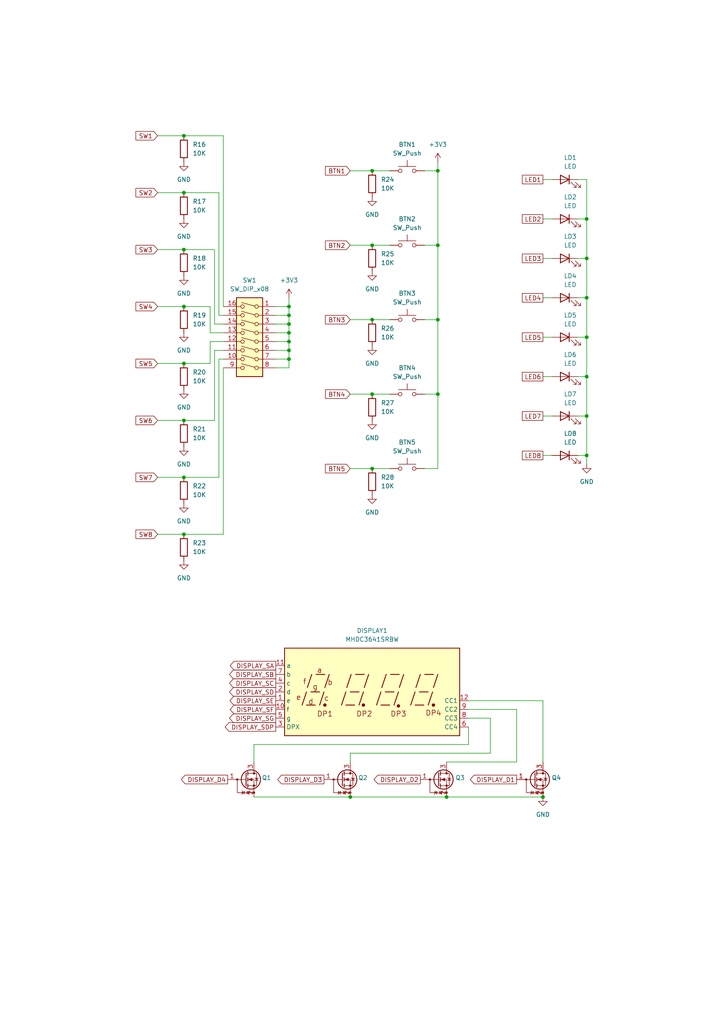
<source format=kicad_sch>
(kicad_sch (version 20231120) (generator "eeschema") (generator_version "8.0")
  (paper "A4" portrait)
  (title_block (title "HispalisFPGA Onboard Devices") (date "2024-10-21") (rev "A") (company "Alejandro Domínguez Muñoz"))
  (lib_symbols
    (symbol "Device:LED" (pin_numbers hide) (pin_names (offset 1.016) hide)
      (property "Reference" "D" (at 0 2.54 0))
      (property "Value" "LED" (at 0 -2.54 0))
      (symbol "LED_0_1"
        (polyline (pts (xy -1.27 -1.27) (xy -1.27 1.27)) (stroke (width 0.254)))
        (polyline (pts (xy -1.27 0) (xy 1.27 0)))
        (polyline (pts (xy 1.27 -1.27) (xy 1.27 1.27) (xy -1.27 0) (xy 1.27 -1.27)) (stroke (width 0.254)))
        (polyline (pts (xy -3.048 -0.762) (xy -4.572 -2.286) (xy -3.81 -2.286) (xy -4.572 -2.286) (xy -4.572 -1.524)))
        (polyline (pts (xy -1.778 -0.762) (xy -3.302 -2.286) (xy -2.54 -2.286) (xy -3.302 -2.286) (xy -3.302 -1.524)))
      )
      (symbol "LED_1_1"
        (pin passive line (at -3.81 0 0) (length 2.54) (name "K") (number "1"))
        (pin passive line (at 3.81 0 180) (length 2.54) (name "A") (number "2"))
      )
    )
    (symbol "Device:R" (pin_numbers hide) (pin_names (offset 0))
      (property "Reference" "R" (at 2.032 0 90))
      (property "Value" "R" (at 0 0 90))
      (symbol "R_0_1"
        (rectangle (start -1.016 -2.54) (end 1.016 2.54) (stroke (width 0.254)))
      )
      (symbol "R_1_1"
        (pin passive line (at 0 3.81 270) (length 1.27) (name "~") (number "1"))
        (pin passive line (at 0 -3.81 90) (length 1.27) (name "~") (number "2"))
      )
    )
    (symbol "Display_Character:CC56-12SRWA"
      (property "Reference" "U" (at -24.13 13.97 0))
      (property "Value" "CC56-12SRWA" (at 17.78 13.97 0))
      (symbol "CC56-12SRWA_0_0"
        (rectangle (start -25.4 12.7) (end 25.4 -12.7) (stroke (width 0.254)) (fill (type background)))
        (polyline (pts (xy -20.32 -3.81) (xy -19.05 0)) (stroke (width 0.254)))
        (polyline (pts (xy -19.05 -3.81) (xy -16.51 -3.81)) (stroke (width 0.254)))
        (polyline (pts (xy -18.796 1.27) (xy -17.526 5.08)) (stroke (width 0.254)))
        (polyline (pts (xy -17.78 0) (xy -15.24 0)) (stroke (width 0.254)))
        (polyline (pts (xy -16.256 5.08) (xy -13.716 5.08)) (stroke (width 0.254)))
        (polyline (pts (xy -15.24 -3.81) (xy -13.97 0)) (stroke (width 0.254)))
        (polyline (pts (xy -13.716 1.27) (xy -12.446 5.08)) (stroke (width 0.254)))
        (polyline (pts (xy -8.89 -3.81) (xy -7.62 0)) (stroke (width 0.254)))
        (polyline (pts (xy -7.62 -3.81) (xy -5.08 -3.81)) (stroke (width 0.254)))
        (polyline (pts (xy -7.366 1.27) (xy -6.096 5.08)) (stroke (width 0.254)))
        (polyline (pts (xy -6.35 0) (xy -3.81 0)) (stroke (width 0.254)))
        (polyline (pts (xy -4.826 5.08) (xy -2.286 5.08)) (stroke (width 0.254)))
        (polyline (pts (xy -3.81 -3.81) (xy -2.54 0)) (stroke (width 0.254)))
        (polyline (pts (xy -2.286 1.27) (xy -1.016 5.08)) (stroke (width 0.254)))
        (polyline (pts (xy 1.27 -3.81) (xy 2.54 0)) (stroke (width 0.254)))
        (polyline (pts (xy 2.54 -3.81) (xy 5.08 -3.81)) (stroke (width 0.254)))
        (polyline (pts (xy 2.794 1.27) (xy 4.064 5.08)) (stroke (width 0.254)))
        (polyline (pts (xy 3.81 0) (xy 6.35 0)) (stroke (width 0.254)))
        (polyline (pts (xy 5.334 5.08) (xy 7.874 5.08)) (stroke (width 0.254)))
        (polyline (pts (xy 6.35 -3.81) (xy 7.62 0)) (stroke (width 0.254)))
        (polyline (pts (xy 7.874 1.27) (xy 9.144 5.08)) (stroke (width 0.254)))
        (polyline (pts (xy 11.176 -3.81) (xy 12.446 0)) (stroke (width 0.254)))
        (polyline (pts (xy 12.446 -3.81) (xy 14.986 -3.81)) (stroke (width 0.254)))
        (polyline (pts (xy 12.7 1.27) (xy 13.97 5.08)) (stroke (width 0.254)))
        (polyline (pts (xy 13.716 0) (xy 16.256 0)) (stroke (width 0.254)))
        (polyline (pts (xy 15.24 5.08) (xy 17.78 5.08)) (stroke (width 0.254)))
        (polyline (pts (xy 16.256 -3.81) (xy 17.526 0)) (stroke (width 0.254)))
        (polyline (pts (xy 17.78 1.27) (xy 19.05 5.08)) (stroke (width 0.254)))
        (text "a" (at -15.24 6.35 0) (effects (font (size 1.524 1.524))))
        (text "b" (at -12.192 2.794 0) (effects (font (size 1.524 1.524))))
        (text "c" (at -13.208 -1.778 0) (effects (font (size 1.524 1.524))))
        (text "d" (at -17.78 -2.794 0) (effects (font (size 1.524 1.524))))
        (text "DP1" (at -13.716 -6.35 0) (effects (font (size 1.524 1.524))))
        (text "DP2" (at -2.286 -6.35 0) (effects (font (size 1.524 1.524))))
        (text "DP3" (at 7.62 -6.35 0) (effects (font (size 1.524 1.524))))
        (text "DP4" (at 17.78 -6.096 0) (effects (font (size 1.524 1.524))))
        (text "e" (at -21.336 -1.524 0) (effects (font (size 1.524 1.524))))
        (text "f" (at -19.558 3.048 0) (effects (font (size 1.524 1.524))))
        (text "g" (at -16.51 1.524 0) (effects (font (size 1.524 1.524))))
      )
      (symbol "CC56-12SRWA_0_1"
        (circle (center -13.716 -3.81) (radius 0.3556) (stroke (width 0.254)) (fill (type outline)))
        (circle (center -2.54 -3.81) (radius 0.3556) (stroke (width 0.254)) (fill (type outline)))
      )
      (symbol "CC56-12SRWA_1_0"
        (circle (center 7.62 -4.064) (radius 0.3556) (stroke (width 0.254)) (fill (type outline)))
        (circle (center 17.78 -3.81) (radius 0.3556) (stroke (width 0.254)) (fill (type outline)))
      )
      (symbol "CC56-12SRWA_1_1"
        (pin input line (at -27.94 -2.54 0) (length 2.54) (name "e") (number "1"))
        (pin input line (at -27.94 -5.08 0) (length 2.54) (name "f") (number "10"))
        (pin input line (at -27.94 7.62 0) (length 2.54) (name "a") (number "11"))
        (pin input line (at 27.94 -2.54 180) (length 2.54) (name "CC1") (number "12"))
        (pin input line (at -27.94 0 0) (length 2.54) (name "d") (number "2"))
        (pin input line (at -27.94 -10.16 0) (length 2.54) (name "DPX") (number "3"))
        (pin input line (at -27.94 2.54 0) (length 2.54) (name "c") (number "4"))
        (pin input line (at -27.94 -7.62 0) (length 2.54) (name "g") (number "5"))
        (pin input line (at 27.94 -10.16 180) (length 2.54) (name "CC4") (number "6"))
        (pin input line (at -27.94 5.08 0) (length 2.54) (name "b") (number "7"))
        (pin input line (at 27.94 -7.62 180) (length 2.54) (name "CC3") (number "8"))
        (pin input line (at 27.94 -5.08 180) (length 2.54) (name "CC2") (number "9"))
      )
    )
    (symbol "Switch:SW_DIP_x08" (pin_names (offset 0) hide)
      (property "Reference" "SW" (at 0 13.97 0))
      (property "Value" "SW_DIP_x08" (at 0 -11.43 0))
      (symbol "SW_DIP_x08_0_0"
        (circle (center -2.032 -7.62) (radius 0.508))
        (circle (center -2.032 -5.08) (radius 0.508))
        (circle (center -2.032 -2.54) (radius 0.508))
        (circle (center -2.032 0) (radius 0.508))
        (circle (center -2.032 2.54) (radius 0.508))
        (circle (center -2.032 5.08) (radius 0.508))
        (circle (center -2.032 7.62) (radius 0.508))
        (circle (center -2.032 10.16) (radius 0.508))
        (polyline (pts (xy -1.524 -7.4676) (xy 2.3622 -6.4262)))
        (polyline (pts (xy -1.524 -4.9276) (xy 2.3622 -3.8862)))
        (polyline (pts (xy -1.524 -2.3876) (xy 2.3622 -1.3462)))
        (polyline (pts (xy -1.524 0.127) (xy 2.3622 1.1684)))
        (polyline (pts (xy -1.524 2.667) (xy 2.3622 3.7084)))
        (polyline (pts (xy -1.524 5.207) (xy 2.3622 6.2484)))
        (polyline (pts (xy -1.524 7.747) (xy 2.3622 8.7884)))
        (polyline (pts (xy -1.524 10.287) (xy 2.3622 11.3284)))
        (circle (center 2.032 -7.62) (radius 0.508))
        (circle (center 2.032 -5.08) (radius 0.508))
        (circle (center 2.032 -2.54) (radius 0.508))
        (circle (center 2.032 0) (radius 0.508))
        (circle (center 2.032 2.54) (radius 0.508))
        (circle (center 2.032 5.08) (radius 0.508))
        (circle (center 2.032 7.62) (radius 0.508))
        (circle (center 2.032 10.16) (radius 0.508))
      )
      (symbol "SW_DIP_x08_0_1"
        (rectangle (start -3.81 12.7) (end 3.81 -10.16) (stroke (width 0.254)) (fill (type background)))
      )
      (symbol "SW_DIP_x08_1_1"
        (pin passive line (at -7.62 10.16 0) (length 5.08) (name "~") (number "1"))
        (pin passive line (at 7.62 -5.08 180) (length 5.08) (name "~") (number "10"))
        (pin passive line (at 7.62 -2.54 180) (length 5.08) (name "~") (number "11"))
        (pin passive line (at 7.62 0 180) (length 5.08) (name "~") (number "12"))
        (pin passive line (at 7.62 2.54 180) (length 5.08) (name "~") (number "13"))
        (pin passive line (at 7.62 5.08 180) (length 5.08) (name "~") (number "14"))
        (pin passive line (at 7.62 7.62 180) (length 5.08) (name "~") (number "15"))
        (pin passive line (at 7.62 10.16 180) (length 5.08) (name "~") (number "16"))
        (pin passive line (at -7.62 7.62 0) (length 5.08) (name "~") (number "2"))
        (pin passive line (at -7.62 5.08 0) (length 5.08) (name "~") (number "3"))
        (pin passive line (at -7.62 2.54 0) (length 5.08) (name "~") (number "4"))
        (pin passive line (at -7.62 0 0) (length 5.08) (name "~") (number "5"))
        (pin passive line (at -7.62 -2.54 0) (length 5.08) (name "~") (number "6"))
        (pin passive line (at -7.62 -5.08 0) (length 5.08) (name "~") (number "7"))
        (pin passive line (at -7.62 -7.62 0) (length 5.08) (name "~") (number "8"))
        (pin passive line (at 7.62 -7.62 180) (length 5.08) (name "~") (number "9"))
      )
    )
    (symbol "Switch:SW_Push" (pin_numbers hide) (pin_names (offset 1.016) hide)
      (property "Reference" "SW" (at 1.27 2.54 0))
      (property "Value" "SW_Push" (at 0 -1.524 0))
      (symbol "SW_Push_0_1"
        (circle (center -2.032 0) (radius 0.508))
        (polyline (pts (xy 0 1.27) (xy 0 3.048)))
        (polyline (pts (xy 2.54 1.27) (xy -2.54 1.27)))
        (circle (center 2.032 0) (radius 0.508))
        (pin passive line (at -5.08 0 0) (length 2.54) (name "1") (number "1"))
        (pin passive line (at 5.08 0 180) (length 2.54) (name "2") (number "2"))
      )
    )
    (symbol "Transistor_FET:DMG1012T" (pin_names (offset 0) hide)
      (property "Reference" "Q" (at 5.08 1.905 0))
      (property "Value" "DMG1012T" (at 5.08 0 0))
      (symbol "DMG1012T_0_1"
        (polyline (pts (xy 2.54 -3.81) (xy -2.286 -3.81) (xy -2.286 0)))
      )
      (symbol "DMG1012T_1_1"
        (circle (center -2.286 0) (radius 0.254) (fill (type outline)))
        (polyline (pts (xy 0.254 0) (xy -2.54 0)))
        (polyline (pts (xy 0.254 1.905) (xy 0.254 -1.905)) (stroke (width 0.254)))
        (polyline (pts (xy 0.762 -1.27) (xy 0.762 -2.286)) (stroke (width 0.254)))
        (polyline (pts (xy 0.762 0.508) (xy 0.762 -0.508)) (stroke (width 0.254)))
        (polyline (pts (xy 0.762 2.286) (xy 0.762 1.27)) (stroke (width 0.254)))
        (polyline (pts (xy 2.54 2.54) (xy 2.54 1.778)))
        (polyline (pts (xy 2.54 -2.54) (xy 2.54 0) (xy 0.762 0)))
        (polyline (pts (xy -1.016 -4.318) (xy -0.889 -4.191) (xy -0.889 -3.429) (xy -0.762 -3.302)))
        (polyline (pts (xy -0.889 -3.81) (xy -0.254 -4.191) (xy -0.254 -3.429) (xy -0.889 -3.81)))
        (polyline (pts (xy 0.762 -1.778) (xy 3.302 -1.778) (xy 3.302 1.778) (xy 0.762 1.778)))
        (polyline (pts (xy 1.016 0) (xy 2.032 0.381) (xy 2.032 -0.381) (xy 1.016 0)) (fill (type outline)))
        (polyline (pts (xy 1.143 -3.81) (xy 0.508 -3.429) (xy 0.508 -4.191) (xy 1.143 -3.81)))
        (polyline (pts (xy 1.27 -3.302) (xy 1.143 -3.429) (xy 1.143 -4.191) (xy 1.016 -4.318)))
        (polyline (pts (xy 2.794 0.508) (xy 2.921 0.381) (xy 3.683 0.381) (xy 3.81 0.254)))
        (polyline (pts (xy 3.302 0.381) (xy 2.921 -0.254) (xy 3.683 -0.254) (xy 3.302 0.381)))
        (circle (center 1.651 0) (radius 2.794) (stroke (width 0.254)))
        (circle (center 2.54 -3.81) (radius 0.254) (fill (type outline)))
        (circle (center 2.54 -1.778) (radius 0.254) (fill (type outline)))
        (circle (center 2.54 1.778) (radius 0.254) (fill (type outline)))
        (pin input line (at -5.08 0 0) (length 2.54) (name "G") (number "1"))
        (pin passive line (at 2.54 -5.08 90) (length 2.54) (name "S") (number "2"))
        (pin passive line (at 2.54 5.08 270) (length 2.54) (name "D") (number "3"))
      )
    )
    (symbol "power:+3V3" (power) (pin_numbers hide) (pin_names (offset 0) hide)
      (property "Value" "+3V3" (at 0 3.556 0))
      (symbol "+3V3_0_1"
        (polyline (pts (xy -0.762 1.27) (xy 0 2.54)))
        (polyline (pts (xy 0 0) (xy 0 2.54)))
        (polyline (pts (xy 0 2.54) (xy 0.762 1.27)))
      )
      (symbol "+3V3_1_1"
        (pin power_in line (at 0 0 90) (length 0) (name "~") (number "1"))
      )
    )
    (symbol "power:GND" (power) (pin_numbers hide) (pin_names (offset 0) hide)
      (property "Value" "GND" (at 0 -3.81 0))
      (symbol "GND_0_1"
        (polyline (pts (xy 0 0) (xy 0 -1.27) (xy 1.27 -1.27) (xy 0 -2.54) (xy -1.27 -1.27) (xy 0 -1.27)))
      )
      (symbol "GND_1_1"
        (pin power_in line (at 0 0 270) (length 0) (name "~") (number "1"))
      )
    )
  )
  (junction (at 170.18 86.36))
  (junction (at 170.18 74.93))
  (junction (at 83.82 91.44))
  (junction (at 107.95 114.3))
  (junction (at 83.82 101.6))
  (junction (at 53.34 105.41))
  (junction (at 83.82 104.14))
  (junction (at 170.18 132.08))
  (junction (at 53.34 121.92))
  (junction (at 53.34 55.88))
  (junction (at 127 71.12))
  (junction (at 83.82 96.52))
  (junction (at 170.18 109.22))
  (junction (at 53.34 138.43))
  (junction (at 157.48 231.14))
  (junction (at 127 114.3))
  (junction (at 127 92.71))
  (junction (at 170.18 97.79))
  (junction (at 53.34 72.39))
  (junction (at 53.34 88.9))
  (junction (at 127 49.53))
  (junction (at 107.95 135.89))
  (junction (at 83.82 88.9))
  (junction (at 101.6 231.14))
  (junction (at 83.82 99.06))
  (junction (at 83.82 93.98))
  (junction (at 107.95 92.71))
  (junction (at 53.34 154.94))
  (junction (at 53.34 39.37))
  (junction (at 170.18 120.65))
  (junction (at 107.95 49.53))
  (junction (at 107.95 71.12))
  (junction (at 170.18 63.5))
  (junction (at 129.54 231.14))
  (wire (pts (xy 123.19 49.53) (xy 127 49.53)))
  (wire (pts (xy 45.72 154.94) (xy 53.34 154.94)))
  (wire (pts (xy 149.86 205.74) (xy 149.86 220.98)))
  (wire (pts (xy 83.82 101.6) (xy 83.82 104.14)))
  (wire (pts (xy 53.34 105.41) (xy 60.96 105.41)))
  (wire (pts (xy 170.18 120.65) (xy 170.18 132.08)))
  (wire (pts (xy 167.64 63.5) (xy 170.18 63.5)))
  (wire (pts (xy 45.72 121.92) (xy 53.34 121.92)))
  (wire (pts (xy 64.77 39.37) (xy 64.77 88.9)))
  (wire (pts (xy 123.19 135.89) (xy 127 135.89)))
  (wire (pts (xy 62.23 72.39) (xy 62.23 93.98)))
  (wire (pts (xy 60.96 99.06) (xy 64.77 99.06)))
  (wire (pts (xy 127 49.53) (xy 127 46.99)))
  (wire (pts (xy 101.6 114.3) (xy 107.95 114.3)))
  (wire (pts (xy 63.5 55.88) (xy 63.5 91.44)))
  (wire (pts (xy 60.96 88.9) (xy 60.96 96.52)))
  (wire (pts (xy 157.48 52.07) (xy 160.02 52.07)))
  (wire (pts (xy 64.77 154.94) (xy 64.77 106.68)))
  (wire (pts (xy 170.18 52.07) (xy 170.18 63.5)))
  (wire (pts (xy 170.18 132.08) (xy 170.18 134.62)))
  (wire (pts (xy 101.6 135.89) (xy 107.95 135.89)))
  (wire (pts (xy 60.96 99.06) (xy 60.96 105.41)))
  (wire (pts (xy 157.48 86.36) (xy 160.02 86.36)))
  (wire (pts (xy 73.66 215.9) (xy 73.66 220.98)))
  (wire (pts (xy 62.23 101.6) (xy 64.77 101.6)))
  (wire (pts (xy 107.95 71.12) (xy 113.03 71.12)))
  (wire (pts (xy 83.82 86.36) (xy 83.82 88.9)))
  (wire (pts (xy 123.19 92.71) (xy 127 92.71)))
  (wire (pts (xy 53.34 72.39) (xy 62.23 72.39)))
  (wire (pts (xy 157.48 74.93) (xy 160.02 74.93)))
  (wire (pts (xy 63.5 138.43) (xy 63.5 104.14)))
  (wire (pts (xy 83.82 99.06) (xy 83.82 101.6)))
  (wire (pts (xy 101.6 231.14) (xy 129.54 231.14)))
  (wire (pts (xy 170.18 63.5) (xy 170.18 74.93)))
  (wire (pts (xy 101.6 218.44) (xy 142.24 218.44)))
  (wire (pts (xy 127 71.12) (xy 127 49.53)))
  (wire (pts (xy 157.48 120.65) (xy 160.02 120.65)))
  (wire (pts (xy 170.18 97.79) (xy 170.18 109.22)))
  (wire (pts (xy 83.82 93.98) (xy 83.82 96.52)))
  (wire (pts (xy 101.6 92.71) (xy 107.95 92.71)))
  (wire (pts (xy 107.95 135.89) (xy 113.03 135.89)))
  (wire (pts (xy 101.6 49.53) (xy 107.95 49.53)))
  (wire (pts (xy 80.01 91.44) (xy 83.82 91.44)))
  (wire (pts (xy 127 114.3) (xy 127 92.71)))
  (wire (pts (xy 135.89 205.74) (xy 149.86 205.74)))
  (wire (pts (xy 53.34 154.94) (xy 64.77 154.94)))
  (wire (pts (xy 53.34 55.88) (xy 63.5 55.88)))
  (wire (pts (xy 80.01 96.52) (xy 83.82 96.52)))
  (wire (pts (xy 123.19 71.12) (xy 127 71.12)))
  (wire (pts (xy 45.72 88.9) (xy 53.34 88.9)))
  (wire (pts (xy 167.64 52.07) (xy 170.18 52.07)))
  (wire (pts (xy 80.01 104.14) (xy 83.82 104.14)))
  (wire (pts (xy 83.82 106.68) (xy 83.82 104.14)))
  (wire (pts (xy 107.95 49.53) (xy 113.03 49.53)))
  (wire (pts (xy 62.23 93.98) (xy 64.77 93.98)))
  (wire (pts (xy 135.89 208.28) (xy 142.24 208.28)))
  (wire (pts (xy 53.34 138.43) (xy 63.5 138.43)))
  (wire (pts (xy 157.48 203.2) (xy 157.48 220.98)))
  (wire (pts (xy 80.01 106.68) (xy 83.82 106.68)))
  (wire (pts (xy 129.54 231.14) (xy 157.48 231.14)))
  (wire (pts (xy 45.72 39.37) (xy 53.34 39.37)))
  (wire (pts (xy 127 92.71) (xy 127 71.12)))
  (wire (pts (xy 80.01 99.06) (xy 83.82 99.06)))
  (wire (pts (xy 135.89 203.2) (xy 157.48 203.2)))
  (wire (pts (xy 101.6 71.12) (xy 107.95 71.12)))
  (wire (pts (xy 60.96 96.52) (xy 64.77 96.52)))
  (wire (pts (xy 45.72 105.41) (xy 53.34 105.41)))
  (wire (pts (xy 53.34 88.9) (xy 60.96 88.9)))
  (wire (pts (xy 167.64 97.79) (xy 170.18 97.79)))
  (wire (pts (xy 142.24 208.28) (xy 142.24 218.44)))
  (wire (pts (xy 167.64 109.22) (xy 170.18 109.22)))
  (wire (pts (xy 157.48 63.5) (xy 160.02 63.5)))
  (wire (pts (xy 45.72 138.43) (xy 53.34 138.43)))
  (wire (pts (xy 149.86 220.98) (xy 129.54 220.98)))
  (wire (pts (xy 53.34 121.92) (xy 62.23 121.92)))
  (wire (pts (xy 63.5 91.44) (xy 64.77 91.44)))
  (wire (pts (xy 80.01 93.98) (xy 83.82 93.98)))
  (wire (pts (xy 73.66 215.9) (xy 135.89 215.9)))
  (wire (pts (xy 167.64 74.93) (xy 170.18 74.93)))
  (wire (pts (xy 53.34 39.37) (xy 64.77 39.37)))
  (wire (pts (xy 123.19 114.3) (xy 127 114.3)))
  (wire (pts (xy 83.82 96.52) (xy 83.82 99.06)))
  (wire (pts (xy 127 135.89) (xy 127 114.3)))
  (wire (pts (xy 80.01 101.6) (xy 83.82 101.6)))
  (wire (pts (xy 157.48 109.22) (xy 160.02 109.22)))
  (wire (pts (xy 157.48 97.79) (xy 160.02 97.79)))
  (wire (pts (xy 167.64 132.08) (xy 170.18 132.08)))
  (wire (pts (xy 101.6 218.44) (xy 101.6 220.98)))
  (wire (pts (xy 170.18 109.22) (xy 170.18 120.65)))
  (wire (pts (xy 167.64 120.65) (xy 170.18 120.65)))
  (wire (pts (xy 45.72 55.88) (xy 53.34 55.88)))
  (wire (pts (xy 157.48 132.08) (xy 160.02 132.08)))
  (wire (pts (xy 170.18 74.93) (xy 170.18 86.36)))
  (wire (pts (xy 135.89 210.82) (xy 135.89 215.9)))
  (wire (pts (xy 83.82 88.9) (xy 83.82 91.44)))
  (wire (pts (xy 107.95 114.3) (xy 113.03 114.3)))
  (wire (pts (xy 107.95 92.71) (xy 113.03 92.71)))
  (wire (pts (xy 167.64 86.36) (xy 170.18 86.36)))
  (wire (pts (xy 83.82 91.44) (xy 83.82 93.98)))
  (wire (pts (xy 45.72 72.39) (xy 53.34 72.39)))
  (wire (pts (xy 170.18 86.36) (xy 170.18 97.79)))
  (wire (pts (xy 80.01 88.9) (xy 83.82 88.9)))
  (wire (pts (xy 73.66 231.14) (xy 101.6 231.14)))
  (wire (pts (xy 63.5 104.14) (xy 64.77 104.14)))
  (wire (pts (xy 62.23 121.92) (xy 62.23 101.6)))
  (global_label "SW2" (shape input) (at 45.72 55.88 180) (property "Intersheetrefs" "${INTERSHEET_REFS}" (effects (hide yes))))
  (global_label "SW6" (shape input) (at 45.72 121.92 180) (property "Intersheetrefs" "${INTERSHEET_REFS}" (effects (hide yes))))
  (global_label "DISPLAY_SE" (shape output) (at 80.01 203.2 180) (property "Intersheetrefs" "${INTERSHEET_REFS}" (effects (hide yes))))
  (global_label "DISPLAY_SB" (shape output) (at 80.01 195.58 180) (property "Intersheetrefs" "${INTERSHEET_REFS}" (effects (hide yes))))
  (global_label "DISPLAY_D4" (shape output) (at 66.04 226.06 180) (property "Intersheetrefs" "${INTERSHEET_REFS}" (effects (hide yes))))
  (global_label "DISPLAY_SD" (shape output) (at 80.01 200.66 180) (property "Intersheetrefs" "${INTERSHEET_REFS}" (effects (hide yes))))
  (global_label "LED7" (shape passive) (at 157.48 120.65 180) (property "Intersheetrefs" "${INTERSHEET_REFS}" (effects (hide yes))))
  (global_label "SW1" (shape input) (at 45.72 39.37 180) (property "Intersheetrefs" "${INTERSHEET_REFS}" (effects (hide yes))))
  (global_label "SW3" (shape input) (at 45.72 72.39 180) (property "Intersheetrefs" "${INTERSHEET_REFS}" (effects (hide yes))))
  (global_label "SW8" (shape input) (at 45.72 154.94 180) (property "Intersheetrefs" "${INTERSHEET_REFS}" (effects (hide yes))))
  (global_label "LED8" (shape passive) (at 157.48 132.08 180) (property "Intersheetrefs" "${INTERSHEET_REFS}" (effects (hide yes))))
  (global_label "SW7" (shape input) (at 45.72 138.43 180) (property "Intersheetrefs" "${INTERSHEET_REFS}" (effects (hide yes))))
  (global_label "LED5" (shape passive) (at 157.48 97.79 180) (property "Intersheetrefs" "${INTERSHEET_REFS}" (effects (hide yes))))
  (global_label "SW4" (shape input) (at 45.72 88.9 180) (property "Intersheetrefs" "${INTERSHEET_REFS}" (effects (hide yes))))
  (global_label "DISPLAY_D2" (shape output) (at 121.92 226.06 180) (property "Intersheetrefs" "${INTERSHEET_REFS}" (effects (hide yes))))
  (global_label "LED6" (shape passive) (at 157.48 109.22 180) (property "Intersheetrefs" "${INTERSHEET_REFS}" (effects (hide yes))))
  (global_label "LED3" (shape passive) (at 157.48 74.93 180) (property "Intersheetrefs" "${INTERSHEET_REFS}" (effects (hide yes))))
  (global_label "DISPLAY_D3" (shape output) (at 93.98 226.06 180) (property "Intersheetrefs" "${INTERSHEET_REFS}" (effects (hide yes))))
  (global_label "DISPLAY_D1" (shape output) (at 149.86 226.06 180) (property "Intersheetrefs" "${INTERSHEET_REFS}" (effects (hide yes))))
  (global_label "DISPLAY_SG" (shape output) (at 80.01 208.28 180) (property "Intersheetrefs" "${INTERSHEET_REFS}" (effects (hide yes))))
  (global_label "BTN1" (shape input) (at 101.6 49.53 180) (property "Intersheetrefs" "${INTERSHEET_REFS}" (effects (hide yes))))
  (global_label "DISPLAY_SF" (shape output) (at 80.01 205.74 180) (property "Intersheetrefs" "${INTERSHEET_REFS}" (effects (hide yes))))
  (global_label "BTN4" (shape input) (at 101.6 114.3 180) (property "Intersheetrefs" "${INTERSHEET_REFS}" (effects (hide yes))))
  (global_label "LED4" (shape passive) (at 157.48 86.36 180) (property "Intersheetrefs" "${INTERSHEET_REFS}" (effects (hide yes))))
  (global_label "LED2" (shape passive) (at 157.48 63.5 180) (property "Intersheetrefs" "${INTERSHEET_REFS}" (effects (hide yes))))
  (global_label "LED1" (shape passive) (at 157.48 52.07 180) (property "Intersheetrefs" "${INTERSHEET_REFS}" (effects (hide yes))))
  (global_label "BTN2" (shape input) (at 101.6 71.12 180) (property "Intersheetrefs" "${INTERSHEET_REFS}" (effects (hide yes))))
  (global_label "BTN3" (shape input) (at 101.6 92.71 180) (property "Intersheetrefs" "${INTERSHEET_REFS}" (effects (hide yes))))
  (global_label "DISPLAY_SC" (shape output) (at 80.01 198.12 180) (property "Intersheetrefs" "${INTERSHEET_REFS}" (effects (hide yes))))
  (global_label "DISPLAY_SDP" (shape output) (at 80.01 210.82 180) (property "Intersheetrefs" "${INTERSHEET_REFS}" (effects (hide yes))))
  (global_label "BTN5" (shape input) (at 101.6 135.89 180) (property "Intersheetrefs" "${INTERSHEET_REFS}" (effects (hide yes))))
  (global_label "SW5" (shape input) (at 45.72 105.41 180) (property "Intersheetrefs" "${INTERSHEET_REFS}" (effects (hide yes))))
  (global_label "DISPLAY_SA" (shape output) (at 80.01 193.04 180) (property "Intersheetrefs" "${INTERSHEET_REFS}" (effects (hide yes))))
  (symbol (lib_id "power:+3V3") (at 83.82 86.36 0) (unit 1)
    (property "Reference" "#PWR056" (effects (hide yes)))
    (property "Value" "+3V3" (at 83.82 81.28 0))
    (property "Description" "Power symbol creates a global label with name \"+3V3\"" (effects (hide yes)))
  )
  (symbol (lib_id "Switch:SW_Push") (at 118.11 135.89 0) (unit 1)
    (property "Reference" "BTN5" (at 118.11 128.27 0))
    (property "Value" "SW_Push" (at 118.11 130.81 0))
    (property "Footprint" "Button_Switch_THT:SW_PUSH_6mm" (effects (hide yes)))
    (property "Description" "Push button switch, generic, two pins" (effects (hide yes)))
    (property "JLC" "Plugin,6x6mm " (effects (hide yes)))
    (property "LCSC" "C7542846" (effects (hide yes)))
  )
  (symbol (lib_id "Device:R") (at 53.34 92.71 0) (unit 1)
    (property "Reference" "R19" (at 55.88 91.4399 0) (effects (justify left)))
    (property "Value" "10K" (at 55.88 93.9799 0) (effects (justify left)))
    (property "Footprint" "Resistor_SMD:R_0402_1005Metric" (effects (hide yes)))
    (property "Description" "Resistor" (effects (hide yes)))
    (property "JLC" "0402" (effects (hide yes)))
    (property "LCSC" "C25744" (effects (hide yes)))
  )
  (symbol (lib_id "Device:LED") (at 163.83 120.65 0) (mirror y) (unit 1)
    (property "Reference" "LD7" (at 165.4175 114.3 0))
    (property "Value" "LED" (at 165.4175 116.84 0))
    (property "Footprint" "LED_SMD:LED_0805_2012Metric" (effects (hide yes)))
    (property "Datasheet" "https://wmsc.lcsc.com/wmsc/upload/file/pdf/v2/lcsc/1806151820_Hubei-KENTO-Elec-KT-0805G_C2297.pdf" (effects (hide yes)))
    (property "Description" "Light emitting diode" (effects (hide yes)))
    (property "JLC" "0805" (effects (hide yes)))
    (property "LCSC" "C2297" (effects (hide yes)))
  )
  (symbol (lib_id "Switch:SW_Push") (at 118.11 49.53 0) (unit 1)
    (property "Reference" "BTN1" (at 118.11 41.91 0))
    (property "Value" "SW_Push" (at 118.11 44.45 0))
    (property "Footprint" "Button_Switch_THT:SW_PUSH_6mm" (effects (hide yes)))
    (property "Description" "Push button switch, generic, two pins" (effects (hide yes)))
    (property "JLC" "Plugin,6x6mm " (effects (hide yes)))
    (property "LCSC" "C7542846" (effects (hide yes)))
  )
  (symbol (lib_id "Device:R") (at 53.34 142.24 0) (unit 1)
    (property "Reference" "R22" (at 55.88 140.9699 0) (effects (justify left)))
    (property "Value" "10K" (at 55.88 143.5099 0) (effects (justify left)))
    (property "Footprint" "Resistor_SMD:R_0402_1005Metric" (effects (hide yes)))
    (property "Description" "Resistor" (effects (hide yes)))
    (property "JLC" "0402" (effects (hide yes)))
    (property "LCSC" "C25744" (effects (hide yes)))
  )
  (symbol (lib_id "Device:R") (at 107.95 118.11 0) (unit 1)
    (property "Reference" "R27" (at 110.49 116.8399 0) (effects (justify left)))
    (property "Value" "10K" (at 110.49 119.3799 0) (effects (justify left)))
    (property "Footprint" "Resistor_SMD:R_0402_1005Metric" (effects (hide yes)))
    (property "Description" "Resistor" (effects (hide yes)))
    (property "JLC" "0402" (effects (hide yes)))
    (property "LCSC" "C25744" (effects (hide yes)))
  )
  (symbol (lib_id "Transistor_FET:DMG1012T") (at 71.12 226.06 0) (unit 1)
    (property "Reference" "Q1" (at 75.946 225.552 0) (effects (justify left)))
    (property "Value" "DMG1012T" (effects (hide yes)))
    (property "Footprint" "Package_TO_SOT_SMD:SOT-523" (effects (hide yes)))
    (property "Datasheet" "https://www.diodes.com/assets/Datasheets/ds31783.pdf" (effects (hide yes)))
    (property "Description" "20V Vds, 0.63 Id, N-Channel MOSFET with ESD protection, SOT-523" (effects (hide yes)))
    (property "JLC" "SOT-523" (effects (hide yes)))
    (property "LCSC" "C20512" (effects (hide yes)))
  )
  (symbol (lib_id "power:GND") (at 107.95 78.74 0) (unit 1)
    (property "Reference" "#PWR058" (effects (hide yes)))
    (property "Value" "GND" (at 107.95 83.82 0))
    (property "Description" "Power symbol creates a global label with name \"GND\" , ground" (effects (hide yes)))
  )
  (symbol (lib_id "power:GND") (at 53.34 129.54 0) (unit 1)
    (property "Reference" "#PWR053" (effects (hide yes)))
    (property "Value" "GND" (at 53.34 134.62 0))
    (property "Description" "Power symbol creates a global label with name \"GND\" , ground" (effects (hide yes)))
  )
  (symbol (lib_id "Device:R") (at 53.34 109.22 0) (unit 1)
    (property "Reference" "R20" (at 55.88 107.9499 0) (effects (justify left)))
    (property "Value" "10K" (at 55.88 110.4899 0) (effects (justify left)))
    (property "Footprint" "Resistor_SMD:R_0402_1005Metric" (effects (hide yes)))
    (property "Description" "Resistor" (effects (hide yes)))
    (property "JLC" "0402" (effects (hide yes)))
    (property "LCSC" "C25744" (effects (hide yes)))
  )
  (symbol (lib_id "Device:R") (at 53.34 59.69 0) (unit 1)
    (property "Reference" "R17" (at 55.88 58.4199 0) (effects (justify left)))
    (property "Value" "10K" (at 55.88 60.9599 0) (effects (justify left)))
    (property "Footprint" "Resistor_SMD:R_0402_1005Metric" (effects (hide yes)))
    (property "Description" "Resistor" (effects (hide yes)))
    (property "JLC" "0402" (effects (hide yes)))
    (property "LCSC" "C25744" (effects (hide yes)))
  )
  (symbol (lib_id "Device:LED") (at 163.83 109.22 0) (mirror y) (unit 1)
    (property "Reference" "LD6" (at 165.4175 102.87 0))
    (property "Value" "LED" (at 165.4175 105.41 0))
    (property "Footprint" "LED_SMD:LED_0805_2012Metric" (effects (hide yes)))
    (property "Datasheet" "https://wmsc.lcsc.com/wmsc/upload/file/pdf/v2/lcsc/1806151820_Hubei-KENTO-Elec-KT-0805G_C2297.pdf" (effects (hide yes)))
    (property "Description" "Light emitting diode" (effects (hide yes)))
    (property "JLC" "0805" (effects (hide yes)))
    (property "LCSC" "C2297" (effects (hide yes)))
  )
  (symbol (lib_id "Transistor_FET:DMG1012T") (at 127 226.06 0) (unit 1)
    (property "Reference" "Q3" (at 132.08 225.552 0) (effects (justify left)))
    (property "Value" "DMG1012T" (effects (hide yes)))
    (property "Footprint" "Package_TO_SOT_SMD:SOT-523" (effects (hide yes)))
    (property "Datasheet" "https://www.diodes.com/assets/Datasheets/ds31783.pdf" (effects (hide yes)))
    (property "Description" "20V Vds, 0.63 Id, N-Channel MOSFET with ESD protection, SOT-523" (effects (hide yes)))
    (property "JLC" "SOT-523" (effects (hide yes)))
    (property "LCSC" "C20512" (effects (hide yes)))
  )
  (symbol (lib_id "Device:R") (at 53.34 158.75 0) (unit 1)
    (property "Reference" "R23" (at 55.88 157.4799 0) (effects (justify left)))
    (property "Value" "10K" (at 55.88 160.0199 0) (effects (justify left)))
    (property "Footprint" "Resistor_SMD:R_0402_1005Metric" (effects (hide yes)))
    (property "Description" "Resistor" (effects (hide yes)))
    (property "JLC" "0402" (effects (hide yes)))
    (property "LCSC" "C25744" (effects (hide yes)))
  )
  (symbol (lib_id "Transistor_FET:DMG1012T") (at 99.06 226.06 0) (unit 1)
    (property "Reference" "Q2" (at 103.886 225.552 0) (effects (justify left)))
    (property "Value" "DMG1012T" (effects (hide yes)))
    (property "Footprint" "Package_TO_SOT_SMD:SOT-523" (effects (hide yes)))
    (property "Datasheet" "https://www.diodes.com/assets/Datasheets/ds31783.pdf" (effects (hide yes)))
    (property "Description" "20V Vds, 0.63 Id, N-Channel MOSFET with ESD protection, SOT-523" (effects (hide yes)))
    (property "JLC" "SOT-523" (effects (hide yes)))
    (property "LCSC" "C20512" (effects (hide yes)))
  )
  (symbol (lib_id "Device:LED") (at 163.83 132.08 0) (mirror y) (unit 1)
    (property "Reference" "LD8" (at 165.4175 125.73 0))
    (property "Value" "LED" (at 165.4175 128.27 0))
    (property "Footprint" "LED_SMD:LED_0805_2012Metric" (effects (hide yes)))
    (property "Datasheet" "https://wmsc.lcsc.com/wmsc/upload/file/pdf/v2/lcsc/1806151820_Hubei-KENTO-Elec-KT-0805G_C2297.pdf" (effects (hide yes)))
    (property "Description" "Light emitting diode" (effects (hide yes)))
    (property "JLC" "0805" (effects (hide yes)))
    (property "LCSC" "C2297" (effects (hide yes)))
  )
  (symbol (lib_id "Device:LED") (at 163.83 97.79 0) (mirror y) (unit 1)
    (property "Reference" "LD5" (at 165.4175 91.44 0))
    (property "Value" "LED" (at 165.4175 93.98 0))
    (property "Footprint" "LED_SMD:LED_0805_2012Metric" (effects (hide yes)))
    (property "Datasheet" "https://wmsc.lcsc.com/wmsc/upload/file/pdf/v2/lcsc/1806151820_Hubei-KENTO-Elec-KT-0805G_C2297.pdf" (effects (hide yes)))
    (property "Description" "Light emitting diode" (effects (hide yes)))
    (property "JLC" "0805" (effects (hide yes)))
    (property "LCSC" "C2297" (effects (hide yes)))
  )
  (symbol (lib_id "Device:R") (at 53.34 43.18 0) (unit 1)
    (property "Reference" "R16" (at 55.88 41.9099 0) (effects (justify left)))
    (property "Value" "10K" (at 55.88 44.4499 0) (effects (justify left)))
    (property "Footprint" "Resistor_SMD:R_0402_1005Metric" (effects (hide yes)))
    (property "Description" "Resistor" (effects (hide yes)))
    (property "JLC" "0402" (effects (hide yes)))
    (property "LCSC" "C25744" (effects (hide yes)))
  )
  (symbol (lib_id "Transistor_FET:DMG1012T") (at 154.94 226.06 0) (unit 1)
    (property "Reference" "Q4" (at 160.02 225.552 0) (effects (justify left)))
    (property "Value" "DMG1012T" (effects (hide yes)))
    (property "Footprint" "Package_TO_SOT_SMD:SOT-523" (effects (hide yes)))
    (property "Datasheet" "https://www.diodes.com/assets/Datasheets/ds31783.pdf" (effects (hide yes)))
    (property "Description" "20V Vds, 0.63 Id, N-Channel MOSFET with ESD protection, SOT-523" (effects (hide yes)))
    (property "JLC" "SOT-523" (effects (hide yes)))
    (property "LCSC" "C20512" (effects (hide yes)))
  )
  (symbol (lib_id "power:GND") (at 53.34 46.99 0) (unit 1)
    (property "Reference" "#PWR048" (effects (hide yes)))
    (property "Value" "GND" (at 53.34 52.07 0))
    (property "Description" "Power symbol creates a global label with name \"GND\" , ground" (effects (hide yes)))
  )
  (symbol (lib_id "power:GND") (at 53.34 63.5 0) (unit 1)
    (property "Reference" "#PWR049" (effects (hide yes)))
    (property "Value" "GND" (at 53.34 68.58 0))
    (property "Description" "Power symbol creates a global label with name \"GND\" , ground" (effects (hide yes)))
  )
  (symbol (lib_id "Device:LED") (at 163.83 74.93 0) (mirror y) (unit 1)
    (property "Reference" "LD3" (at 165.4175 68.58 0))
    (property "Value" "LED" (at 165.4175 71.12 0))
    (property "Footprint" "LED_SMD:LED_0805_2012Metric" (effects (hide yes)))
    (property "Datasheet" "https://wmsc.lcsc.com/wmsc/upload/file/pdf/v2/lcsc/1806151820_Hubei-KENTO-Elec-KT-0805G_C2297.pdf" (effects (hide yes)))
    (property "Description" "Light emitting diode" (effects (hide yes)))
    (property "JLC" "0805" (effects (hide yes)))
    (property "LCSC" "C2297" (effects (hide yes)))
  )
  (symbol (lib_id "power:GND") (at 107.95 100.33 0) (unit 1)
    (property "Reference" "#PWR059" (effects (hide yes)))
    (property "Value" "GND" (at 107.95 105.41 0))
    (property "Description" "Power symbol creates a global label with name \"GND\" , ground" (effects (hide yes)))
  )
  (symbol (lib_id "power:GND") (at 53.34 80.01 0) (unit 1)
    (property "Reference" "#PWR050" (effects (hide yes)))
    (property "Value" "GND" (at 53.34 85.09 0))
    (property "Description" "Power symbol creates a global label with name \"GND\" , ground" (effects (hide yes)))
  )
  (symbol (lib_id "Device:LED") (at 163.83 86.36 0) (mirror y) (unit 1)
    (property "Reference" "LD4" (at 165.4175 80.01 0))
    (property "Value" "LED" (at 165.4175 82.55 0))
    (property "Footprint" "LED_SMD:LED_0805_2012Metric" (effects (hide yes)))
    (property "Datasheet" "https://wmsc.lcsc.com/wmsc/upload/file/pdf/v2/lcsc/1806151820_Hubei-KENTO-Elec-KT-0805G_C2297.pdf" (effects (hide yes)))
    (property "Description" "Light emitting diode" (effects (hide yes)))
    (property "JLC" "0805" (effects (hide yes)))
    (property "LCSC" "C2297" (effects (hide yes)))
  )
  (symbol (lib_id "Switch:SW_DIP_x08") (at 72.39 99.06 0) (mirror y) (unit 1)
    (property "Reference" "SW1" (at 72.39 81.28 0))
    (property "Value" "SW_DIP_x08" (at 72.39 83.82 0))
    (property "Footprint" "Button_Switch_SMD:SW_DIP_SPSTx08_Slide_6.7x21.88mm_W6.73mm_P2.54mm_LowProfile_JPin" (effects (hide yes)))
    (property "Datasheet" "https://wmsc.lcsc.com/wmsc/upload/file/pdf/v2/lcsc/2312190606_SM-Switch-SMXMS-08K-TP_C5439774.pdf" (effects (hide yes)))
    (property "Description" "8x DIP Switch, Single Pole Single Throw (SPST) switch, small symbol" (effects (hide yes)))
    (property "JLC" "SMD" (effects (hide yes)))
    (property "LCSC" "C5439774" (effects (hide yes)))
  )
  (symbol (lib_id "Device:R") (at 107.95 74.93 0) (unit 1)
    (property "Reference" "R25" (at 110.49 73.6599 0) (effects (justify left)))
    (property "Value" "10K" (at 110.49 76.1999 0) (effects (justify left)))
    (property "Footprint" "Resistor_SMD:R_0402_1005Metric" (effects (hide yes)))
    (property "Description" "Resistor" (effects (hide yes)))
    (property "JLC" "0402" (effects (hide yes)))
    (property "LCSC" "C25744" (effects (hide yes)))
  )
  (symbol (lib_id "power:GND") (at 107.95 57.15 0) (unit 1)
    (property "Reference" "#PWR057" (effects (hide yes)))
    (property "Value" "GND" (at 107.95 62.23 0))
    (property "Description" "Power symbol creates a global label with name \"GND\" , ground" (effects (hide yes)))
  )
  (symbol (lib_id "power:GND") (at 53.34 162.56 0) (unit 1)
    (property "Reference" "#PWR055" (effects (hide yes)))
    (property "Value" "GND" (at 53.34 167.64 0))
    (property "Description" "Power symbol creates a global label with name \"GND\" , ground" (effects (hide yes)))
  )
  (symbol (lib_id "Switch:SW_Push") (at 118.11 114.3 0) (unit 1)
    (property "Reference" "BTN4" (at 118.11 106.68 0))
    (property "Value" "SW_Push" (at 118.11 109.22 0))
    (property "Footprint" "Button_Switch_THT:SW_PUSH_6mm" (effects (hide yes)))
    (property "Description" "Push button switch, generic, two pins" (effects (hide yes)))
    (property "JLC" "Plugin,6x6mm " (effects (hide yes)))
    (property "LCSC" "C7542846" (effects (hide yes)))
  )
  (symbol (lib_id "Display_Character:CC56-12SRWA") (at 107.95 200.66 0) (unit 1)
    (property "Reference" "DISPLAY1" (at 107.95 182.88 0))
    (property "Value" "MHDC3641SRBW" (at 107.95 185.42 0))
    (property "Footprint" "HispalisFPGA:MHDC3641SRBW" (effects (hide yes)))
    (property "Datasheet" "https://wmsc.lcsc.com/wmsc/upload/file/pdf/v2/lcsc/2206271801_MEIHUA-MHDC3641SRBW_C3291494.pdf" (effects (hide yes)))
    (property "Description" "4 digit 7 segment super bright red LED, common cathode" (effects (hide yes)))
    (property "JLC" "Plugin" (effects (hide yes)))
    (property "LCSC" "C3291494" (effects (hide yes)))
  )
  (symbol (lib_id "power:GND") (at 53.34 96.52 0) (unit 1)
    (property "Reference" "#PWR051" (effects (hide yes)))
    (property "Value" "GND" (at 53.34 101.6 0))
    (property "Description" "Power symbol creates a global label with name \"GND\" , ground" (effects (hide yes)))
  )
  (symbol (lib_id "Device:R") (at 53.34 76.2 0) (unit 1)
    (property "Reference" "R18" (at 55.88 74.9299 0) (effects (justify left)))
    (property "Value" "10K" (at 55.88 77.4699 0) (effects (justify left)))
    (property "Footprint" "Resistor_SMD:R_0402_1005Metric" (effects (hide yes)))
    (property "Description" "Resistor" (effects (hide yes)))
    (property "JLC" "0402" (effects (hide yes)))
    (property "LCSC" "C25744" (effects (hide yes)))
  )
  (symbol (lib_id "Switch:SW_Push") (at 118.11 71.12 0) (unit 1)
    (property "Reference" "BTN2" (at 118.11 63.5 0))
    (property "Value" "SW_Push" (at 118.11 66.04 0))
    (property "Footprint" "Button_Switch_THT:SW_PUSH_6mm" (effects (hide yes)))
    (property "Description" "Push button switch, generic, two pins" (effects (hide yes)))
    (property "JLC" "Plugin,6x6mm " (effects (hide yes)))
    (property "LCSC" "C7542846" (effects (hide yes)))
  )
  (symbol (lib_id "Device:R") (at 107.95 96.52 0) (unit 1)
    (property "Reference" "R26" (at 110.49 95.2499 0) (effects (justify left)))
    (property "Value" "10K" (at 110.49 97.7899 0) (effects (justify left)))
    (property "Footprint" "Resistor_SMD:R_0402_1005Metric" (effects (hide yes)))
    (property "Description" "Resistor" (effects (hide yes)))
    (property "JLC" "0402" (effects (hide yes)))
    (property "LCSC" "C25744" (effects (hide yes)))
  )
  (symbol (lib_id "power:GND") (at 53.34 113.03 0) (unit 1)
    (property "Reference" "#PWR052" (effects (hide yes)))
    (property "Value" "GND" (at 53.34 118.11 0))
    (property "Description" "Power symbol creates a global label with name \"GND\" , ground" (effects (hide yes)))
  )
  (symbol (lib_id "power:GND") (at 107.95 121.92 0) (unit 1)
    (property "Reference" "#PWR060" (effects (hide yes)))
    (property "Value" "GND" (at 107.95 127 0))
    (property "Description" "Power symbol creates a global label with name \"GND\" , ground" (effects (hide yes)))
  )
  (symbol (lib_id "power:GND") (at 170.18 134.62 0) (unit 1)
    (property "Reference" "#PWR064" (effects (hide yes)))
    (property "Value" "GND" (at 170.18 139.7 0))
    (property "Description" "Power symbol creates a global label with name \"GND\" , ground" (effects (hide yes)))
  )
  (symbol (lib_id "Device:R") (at 53.34 125.73 0) (unit 1)
    (property "Reference" "R21" (at 55.88 124.4599 0) (effects (justify left)))
    (property "Value" "10K" (at 55.88 126.9999 0) (effects (justify left)))
    (property "Footprint" "Resistor_SMD:R_0402_1005Metric" (effects (hide yes)))
    (property "Description" "Resistor" (effects (hide yes)))
    (property "JLC" "0402" (effects (hide yes)))
    (property "LCSC" "C25744" (effects (hide yes)))
  )
  (symbol (lib_id "Device:LED") (at 163.83 52.07 0) (mirror y) (unit 1)
    (property "Reference" "LD1" (at 165.4175 45.72 0))
    (property "Value" "LED" (at 165.4175 48.26 0))
    (property "Footprint" "LED_SMD:LED_0805_2012Metric" (effects (hide yes)))
    (property "Datasheet" "https://wmsc.lcsc.com/wmsc/upload/file/pdf/v2/lcsc/1806151820_Hubei-KENTO-Elec-KT-0805G_C2297.pdf" (effects (hide yes)))
    (property "Description" "Light emitting diode" (effects (hide yes)))
    (property "JLC" "0805" (effects (hide yes)))
    (property "LCSC" "C2297" (effects (hide yes)))
  )
  (symbol (lib_id "power:GND") (at 53.34 146.05 0) (unit 1)
    (property "Reference" "#PWR054" (effects (hide yes)))
    (property "Value" "GND" (at 53.34 151.13 0))
    (property "Description" "Power symbol creates a global label with name \"GND\" , ground" (effects (hide yes)))
  )
  (symbol (lib_id "power:GND") (at 107.95 143.51 0) (unit 1)
    (property "Reference" "#PWR061" (effects (hide yes)))
    (property "Value" "GND" (at 107.95 148.59 0))
    (property "Description" "Power symbol creates a global label with name \"GND\" , ground" (effects (hide yes)))
  )
  (symbol (lib_id "Switch:SW_Push") (at 118.11 92.71 0) (unit 1)
    (property "Reference" "BTN3" (at 118.11 85.09 0))
    (property "Value" "SW_Push" (at 118.11 87.63 0))
    (property "Footprint" "Button_Switch_THT:SW_PUSH_6mm" (effects (hide yes)))
    (property "Description" "Push button switch, generic, two pins" (effects (hide yes)))
    (property "JLC" "Plugin,6x6mm " (effects (hide yes)))
    (property "LCSC" "C7542846" (effects (hide yes)))
  )
  (symbol (lib_id "power:+3V3") (at 127 46.99 0) (unit 1)
    (property "Reference" "#PWR062" (effects (hide yes)))
    (property "Value" "+3V3" (at 127 41.91 0))
    (property "Description" "Power symbol creates a global label with name \"+3V3\"" (effects (hide yes)))
  )
  (symbol (lib_id "power:GND") (at 157.48 231.14 0) (unit 1)
    (property "Reference" "#PWR063" (effects (hide yes)))
    (property "Value" "GND" (at 157.48 236.22 0))
    (property "Description" "Power symbol creates a global label with name \"GND\" , ground" (effects (hide yes)))
  )
  (symbol (lib_id "Device:R") (at 107.95 53.34 0) (unit 1)
    (property "Reference" "R24" (at 110.49 52.0699 0) (effects (justify left)))
    (property "Value" "10K" (at 110.49 54.6099 0) (effects (justify left)))
    (property "Footprint" "Resistor_SMD:R_0402_1005Metric" (effects (hide yes)))
    (property "Description" "Resistor" (effects (hide yes)))
    (property "JLC" "0402" (effects (hide yes)))
    (property "LCSC" "C25744" (effects (hide yes)))
  )
  (symbol (lib_id "Device:R") (at 107.95 139.7 0) (unit 1)
    (property "Reference" "R28" (at 110.49 138.4299 0) (effects (justify left)))
    (property "Value" "10K" (at 110.49 140.9699 0) (effects (justify left)))
    (property "Footprint" "Resistor_SMD:R_0402_1005Metric" (effects (hide yes)))
    (property "Description" "Resistor" (effects (hide yes)))
    (property "JLC" "0402" (effects (hide yes)))
    (property "LCSC" "C25744" (effects (hide yes)))
  )
  (symbol (lib_id "Device:LED") (at 163.83 63.5 0) (mirror y) (unit 1)
    (property "Reference" "LD2" (at 165.4175 57.15 0))
    (property "Value" "LED" (at 165.4175 59.69 0))
    (property "Footprint" "LED_SMD:LED_0805_2012Metric" (effects (hide yes)))
    (property "Datasheet" "https://wmsc.lcsc.com/wmsc/upload/file/pdf/v2/lcsc/1806151820_Hubei-KENTO-Elec-KT-0805G_C2297.pdf" (effects (hide yes)))
    (property "Description" "Light emitting diode" (effects (hide yes)))
    (property "JLC" "0805" (effects (hide yes)))
    (property "LCSC" "C2297" (effects (hide yes)))
  )
)
</source>
